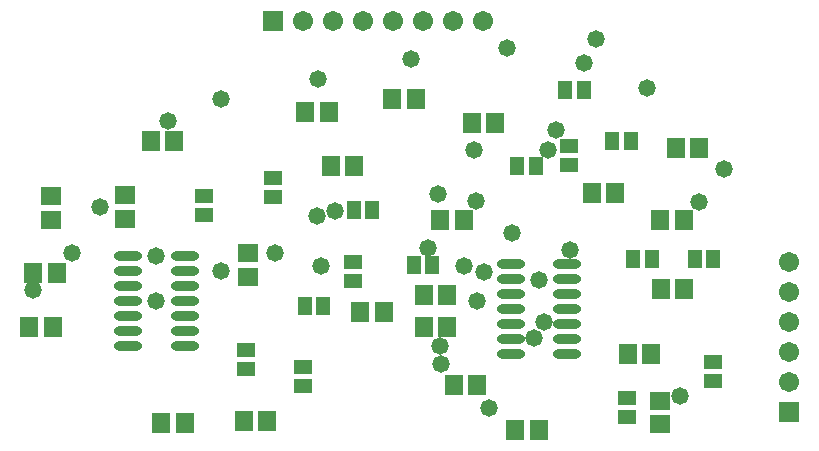
<source format=gts>
G04*
G04 #@! TF.GenerationSoftware,Altium Limited,Altium Designer,20.0.2 (26)*
G04*
G04 Layer_Color=8388736*
%FSLAX25Y25*%
%MOIN*%
G70*
G01*
G75*
%ADD20R,0.04737X0.05918*%
%ADD21R,0.05918X0.04737*%
%ADD22R,0.06706X0.06312*%
%ADD23R,0.06312X0.06706*%
%ADD24O,0.09461X0.03162*%
%ADD25R,0.06706X0.06706*%
%ADD26C,0.06706*%
%ADD27R,0.06706X0.06706*%
%ADD28C,0.05800*%
D20*
X332650Y194000D02*
D03*
X326350D02*
D03*
X462650Y209500D02*
D03*
X456350D02*
D03*
X349000Y226000D02*
D03*
X342701D02*
D03*
X369000Y207500D02*
D03*
X362701D02*
D03*
X435850Y209500D02*
D03*
X442150D02*
D03*
X403500Y240500D02*
D03*
X397201D02*
D03*
X419500Y266000D02*
D03*
X413201D02*
D03*
X435150Y249000D02*
D03*
X428850D02*
D03*
D21*
X342500Y202350D02*
D03*
Y208650D02*
D03*
X434000Y163150D02*
D03*
Y156850D02*
D03*
X462500Y175299D02*
D03*
Y169000D02*
D03*
X293000Y230650D02*
D03*
Y224350D02*
D03*
X307000Y179150D02*
D03*
Y172850D02*
D03*
X414500Y241000D02*
D03*
Y247299D02*
D03*
X316000Y236500D02*
D03*
Y230201D02*
D03*
X326000Y167350D02*
D03*
Y173650D02*
D03*
D22*
X242000Y222626D02*
D03*
Y230500D02*
D03*
X266500Y223063D02*
D03*
Y230937D02*
D03*
X445000Y162374D02*
D03*
Y154500D02*
D03*
X307500Y211500D02*
D03*
Y203626D02*
D03*
D23*
X445000Y222500D02*
D03*
X452874D02*
D03*
X366063Y197500D02*
D03*
X373937D02*
D03*
X366063Y187000D02*
D03*
X373937D02*
D03*
X396563Y152500D02*
D03*
X404437D02*
D03*
X445126Y199500D02*
D03*
X453000D02*
D03*
X345000Y192000D02*
D03*
X352874D02*
D03*
X371563Y222500D02*
D03*
X379437D02*
D03*
X434063Y178000D02*
D03*
X441937D02*
D03*
X376063Y167500D02*
D03*
X383937D02*
D03*
X382063Y255000D02*
D03*
X389937D02*
D03*
X275063Y249000D02*
D03*
X282937D02*
D03*
X355563Y263000D02*
D03*
X363437D02*
D03*
X236000Y205000D02*
D03*
X243874D02*
D03*
X234500Y187000D02*
D03*
X242374D02*
D03*
X286500Y155000D02*
D03*
X278626D02*
D03*
X326563Y258500D02*
D03*
X334437D02*
D03*
X450126Y246500D02*
D03*
X458000D02*
D03*
X335126Y240500D02*
D03*
X343000D02*
D03*
X306126Y155500D02*
D03*
X314000D02*
D03*
X422063Y231500D02*
D03*
X429937D02*
D03*
D24*
X395051Y208000D02*
D03*
Y203000D02*
D03*
Y198000D02*
D03*
Y193000D02*
D03*
Y188000D02*
D03*
Y183000D02*
D03*
Y178000D02*
D03*
X413949Y208000D02*
D03*
Y203000D02*
D03*
Y198000D02*
D03*
Y193000D02*
D03*
Y188000D02*
D03*
Y183000D02*
D03*
Y178000D02*
D03*
X267500Y210500D02*
D03*
Y205500D02*
D03*
Y200500D02*
D03*
Y195500D02*
D03*
Y190500D02*
D03*
Y185500D02*
D03*
Y180500D02*
D03*
X286398Y210500D02*
D03*
Y205500D02*
D03*
Y200500D02*
D03*
Y195500D02*
D03*
Y190500D02*
D03*
Y185500D02*
D03*
Y180500D02*
D03*
D25*
X316000Y289000D02*
D03*
D26*
X326000D02*
D03*
X336000D02*
D03*
X346000D02*
D03*
X356000D02*
D03*
X366000D02*
D03*
X376000D02*
D03*
X386000D02*
D03*
X488000Y168500D02*
D03*
Y178500D02*
D03*
Y188500D02*
D03*
Y198500D02*
D03*
Y208500D02*
D03*
D27*
Y158500D02*
D03*
D28*
X372000Y174500D02*
D03*
X383900Y195500D02*
D03*
X458000Y228600D02*
D03*
X415000Y212700D02*
D03*
X404500Y202400D02*
D03*
X370800Y231100D02*
D03*
X466200Y239400D02*
D03*
X383000Y246000D02*
D03*
X371600Y180500D02*
D03*
X386100Y205100D02*
D03*
X298400Y262800D02*
D03*
Y205500D02*
D03*
X249000Y211400D02*
D03*
X410200Y252500D02*
D03*
X361800Y276300D02*
D03*
X407500Y246000D02*
D03*
X331000Y269600D02*
D03*
X276900Y210500D02*
D03*
X419500Y275000D02*
D03*
X280900Y255500D02*
D03*
X316500Y211500D02*
D03*
X423500Y282900D02*
D03*
X235900Y199200D02*
D03*
X451600Y163900D02*
D03*
X258200Y226900D02*
D03*
X336500Y225400D02*
D03*
X330500Y223900D02*
D03*
X387837Y159900D02*
D03*
X367550Y213350D02*
D03*
X395400Y218300D02*
D03*
X379437Y207148D02*
D03*
X402900Y183300D02*
D03*
X332000Y207200D02*
D03*
X383400Y228800D02*
D03*
X276900Y195500D02*
D03*
X406100Y188400D02*
D03*
X440500Y266500D02*
D03*
X394000Y280000D02*
D03*
M02*

</source>
